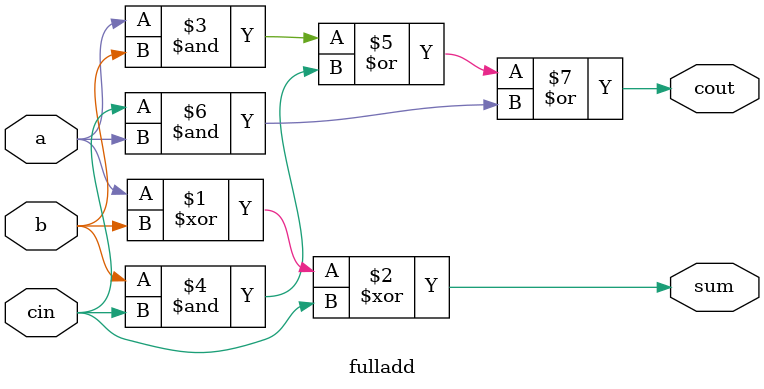
<source format=v>

module fulladd(a,b,cin,sum,cout);
  input a,b,cin;
  output sum,cout;
  
  assign sum=(a^b^cin);
  assign cout=(a&b)|(b&cin)|(cin&a);
endmodule
</source>
